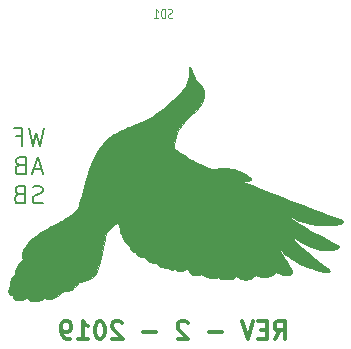
<source format=gbr>
G04 #@! TF.GenerationSoftware,KiCad,Pcbnew,5.0.0-fee4fd1~66~ubuntu16.04.1*
G04 #@! TF.CreationDate,2019-03-22T18:21:00-04:00*
G04 #@! TF.ProjectId,circuit,636972637569742E6B696361645F7063,rev?*
G04 #@! TF.SameCoordinates,Original*
G04 #@! TF.FileFunction,Legend,Bot*
G04 #@! TF.FilePolarity,Positive*
%FSLAX46Y46*%
G04 Gerber Fmt 4.6, Leading zero omitted, Abs format (unit mm)*
G04 Created by KiCad (PCBNEW 5.0.0-fee4fd1~66~ubuntu16.04.1) date Fri Mar 22 18:21:00 2019*
%MOMM*%
%LPD*%
G01*
G04 APERTURE LIST*
%ADD10C,0.300000*%
%ADD11C,0.200000*%
%ADD12C,0.010000*%
%ADD13C,0.125000*%
G04 APERTURE END LIST*
D10*
X206721428Y-113258571D02*
X207221428Y-112544285D01*
X207578571Y-113258571D02*
X207578571Y-111758571D01*
X207007142Y-111758571D01*
X206864285Y-111830000D01*
X206792857Y-111901428D01*
X206721428Y-112044285D01*
X206721428Y-112258571D01*
X206792857Y-112401428D01*
X206864285Y-112472857D01*
X207007142Y-112544285D01*
X207578571Y-112544285D01*
X206078571Y-112472857D02*
X205578571Y-112472857D01*
X205364285Y-113258571D02*
X206078571Y-113258571D01*
X206078571Y-111758571D01*
X205364285Y-111758571D01*
X204935714Y-111758571D02*
X204435714Y-113258571D01*
X203935714Y-111758571D01*
X202292857Y-112687142D02*
X201150000Y-112687142D01*
X199364285Y-111901428D02*
X199292857Y-111830000D01*
X199150000Y-111758571D01*
X198792857Y-111758571D01*
X198650000Y-111830000D01*
X198578571Y-111901428D01*
X198507142Y-112044285D01*
X198507142Y-112187142D01*
X198578571Y-112401428D01*
X199435714Y-113258571D01*
X198507142Y-113258571D01*
X196721428Y-112687142D02*
X195578571Y-112687142D01*
X193792857Y-111901428D02*
X193721428Y-111830000D01*
X193578571Y-111758571D01*
X193221428Y-111758571D01*
X193078571Y-111830000D01*
X193007142Y-111901428D01*
X192935714Y-112044285D01*
X192935714Y-112187142D01*
X193007142Y-112401428D01*
X193864285Y-113258571D01*
X192935714Y-113258571D01*
X192007142Y-111758571D02*
X191864285Y-111758571D01*
X191721428Y-111830000D01*
X191650000Y-111901428D01*
X191578571Y-112044285D01*
X191507142Y-112330000D01*
X191507142Y-112687142D01*
X191578571Y-112972857D01*
X191650000Y-113115714D01*
X191721428Y-113187142D01*
X191864285Y-113258571D01*
X192007142Y-113258571D01*
X192150000Y-113187142D01*
X192221428Y-113115714D01*
X192292857Y-112972857D01*
X192364285Y-112687142D01*
X192364285Y-112330000D01*
X192292857Y-112044285D01*
X192221428Y-111901428D01*
X192150000Y-111830000D01*
X192007142Y-111758571D01*
X190078571Y-113258571D02*
X190935714Y-113258571D01*
X190507142Y-113258571D02*
X190507142Y-111758571D01*
X190650000Y-111972857D01*
X190792857Y-112115714D01*
X190935714Y-112187142D01*
X189364285Y-113258571D02*
X189078571Y-113258571D01*
X188935714Y-113187142D01*
X188864285Y-113115714D01*
X188721428Y-112901428D01*
X188650000Y-112615714D01*
X188650000Y-112044285D01*
X188721428Y-111901428D01*
X188792857Y-111830000D01*
X188935714Y-111758571D01*
X189221428Y-111758571D01*
X189364285Y-111830000D01*
X189435714Y-111901428D01*
X189507142Y-112044285D01*
X189507142Y-112401428D01*
X189435714Y-112544285D01*
X189364285Y-112615714D01*
X189221428Y-112687142D01*
X188935714Y-112687142D01*
X188792857Y-112615714D01*
X188721428Y-112544285D01*
X188650000Y-112401428D01*
D11*
X187195714Y-95388571D02*
X186838571Y-96888571D01*
X186552857Y-95817142D01*
X186267142Y-96888571D01*
X185910000Y-95388571D01*
X184838571Y-96102857D02*
X185338571Y-96102857D01*
X185338571Y-96888571D02*
X185338571Y-95388571D01*
X184624285Y-95388571D01*
X187017142Y-98910000D02*
X186302857Y-98910000D01*
X187160000Y-99338571D02*
X186660000Y-97838571D01*
X186160000Y-99338571D01*
X185160000Y-98552857D02*
X184945714Y-98624285D01*
X184874285Y-98695714D01*
X184802857Y-98838571D01*
X184802857Y-99052857D01*
X184874285Y-99195714D01*
X184945714Y-99267142D01*
X185088571Y-99338571D01*
X185660000Y-99338571D01*
X185660000Y-97838571D01*
X185160000Y-97838571D01*
X185017142Y-97910000D01*
X184945714Y-97981428D01*
X184874285Y-98124285D01*
X184874285Y-98267142D01*
X184945714Y-98410000D01*
X185017142Y-98481428D01*
X185160000Y-98552857D01*
X185660000Y-98552857D01*
X187088571Y-101717142D02*
X186874285Y-101788571D01*
X186517142Y-101788571D01*
X186374285Y-101717142D01*
X186302857Y-101645714D01*
X186231428Y-101502857D01*
X186231428Y-101360000D01*
X186302857Y-101217142D01*
X186374285Y-101145714D01*
X186517142Y-101074285D01*
X186802857Y-101002857D01*
X186945714Y-100931428D01*
X187017142Y-100860000D01*
X187088571Y-100717142D01*
X187088571Y-100574285D01*
X187017142Y-100431428D01*
X186945714Y-100360000D01*
X186802857Y-100288571D01*
X186445714Y-100288571D01*
X186231428Y-100360000D01*
X185088571Y-101002857D02*
X184874285Y-101074285D01*
X184802857Y-101145714D01*
X184731428Y-101288571D01*
X184731428Y-101502857D01*
X184802857Y-101645714D01*
X184874285Y-101717142D01*
X185017142Y-101788571D01*
X185588571Y-101788571D01*
X185588571Y-100288571D01*
X185088571Y-100288571D01*
X184945714Y-100360000D01*
X184874285Y-100431428D01*
X184802857Y-100574285D01*
X184802857Y-100717142D01*
X184874285Y-100860000D01*
X184945714Y-100931428D01*
X185088571Y-101002857D01*
X185588571Y-101002857D01*
D12*
G04 #@! TO.C,G\002A\002A\002A*
G36*
X212481586Y-103273466D02*
X212403633Y-103198195D01*
X212253519Y-103120283D01*
X212031129Y-103038577D01*
X212019714Y-103034887D01*
X211914132Y-102998955D01*
X211749802Y-102940490D01*
X211535772Y-102862854D01*
X211281089Y-102769407D01*
X210994800Y-102663508D01*
X210685954Y-102548517D01*
X210363598Y-102427795D01*
X210036779Y-102304701D01*
X209714545Y-102182596D01*
X209405944Y-102064840D01*
X209352715Y-102044431D01*
X208856623Y-101853485D01*
X208357928Y-101660418D01*
X207861349Y-101467122D01*
X207371605Y-101275492D01*
X206893415Y-101087418D01*
X206431500Y-100904795D01*
X205990577Y-100729515D01*
X205575366Y-100563470D01*
X205190587Y-100408554D01*
X204840958Y-100266658D01*
X204531199Y-100139677D01*
X204266029Y-100029503D01*
X204050167Y-99938027D01*
X203888333Y-99867144D01*
X203785245Y-99818746D01*
X203746572Y-99795953D01*
X203765185Y-99789440D01*
X203834159Y-99797603D01*
X203855429Y-99801532D01*
X204161636Y-99853410D01*
X204401696Y-99876504D01*
X204575519Y-99870851D01*
X204683014Y-99836489D01*
X204724090Y-99773454D01*
X204698659Y-99681784D01*
X204606628Y-99561516D01*
X204558570Y-99512577D01*
X204405964Y-99390629D01*
X204199028Y-99263167D01*
X203954680Y-99138466D01*
X203689840Y-99024801D01*
X203421426Y-98930448D01*
X203293000Y-98893581D01*
X203036655Y-98840322D01*
X202755363Y-98805682D01*
X202470682Y-98790541D01*
X202204169Y-98795780D01*
X201977380Y-98822277D01*
X201909873Y-98837123D01*
X201694982Y-98860991D01*
X201432147Y-98835929D01*
X201125771Y-98763269D01*
X200780256Y-98644344D01*
X200400006Y-98480485D01*
X199989422Y-98273027D01*
X199918429Y-98234348D01*
X199764978Y-98149209D01*
X199631947Y-98073293D01*
X199505013Y-97997765D01*
X199369852Y-97913793D01*
X199212140Y-97812545D01*
X199017554Y-97685188D01*
X198869666Y-97587625D01*
X198672083Y-97456798D01*
X198526041Y-97358983D01*
X198422427Y-97287355D01*
X198352123Y-97235087D01*
X198306013Y-97195351D01*
X198274983Y-97161323D01*
X198249916Y-97126174D01*
X198246469Y-97120936D01*
X198213238Y-97049266D01*
X198202106Y-96956276D01*
X198210517Y-96818350D01*
X198212090Y-96803435D01*
X198269635Y-96421409D01*
X198359206Y-96075212D01*
X198486786Y-95753808D01*
X198658358Y-95446162D01*
X198879904Y-95141241D01*
X199157407Y-94828010D01*
X199428924Y-94559099D01*
X199770209Y-94227152D01*
X200054738Y-93929966D01*
X200286513Y-93662613D01*
X200469534Y-93420167D01*
X200607804Y-93197700D01*
X200705324Y-92990284D01*
X200707480Y-92984715D01*
X200761822Y-92767775D01*
X200777898Y-92518753D01*
X200755934Y-92267094D01*
X200700370Y-92053278D01*
X200620724Y-91897481D01*
X200503491Y-91736728D01*
X200366700Y-91591221D01*
X200228378Y-91481166D01*
X200154529Y-91441529D01*
X200056754Y-91367220D01*
X200006236Y-91265323D01*
X199966913Y-91154967D01*
X199908215Y-91005013D01*
X199838209Y-90834524D01*
X199764963Y-90662568D01*
X199696544Y-90508210D01*
X199641019Y-90390516D01*
X199616297Y-90343786D01*
X199567867Y-90274533D01*
X199530688Y-90244067D01*
X199529605Y-90244000D01*
X199517346Y-90277647D01*
X199507737Y-90368054D01*
X199502088Y-90499424D01*
X199501143Y-90586928D01*
X199490910Y-90875288D01*
X199456496Y-91123475D01*
X199392329Y-91361462D01*
X199322309Y-91548886D01*
X199187939Y-91824146D01*
X199004597Y-92109711D01*
X198769717Y-92408206D01*
X198480734Y-92722257D01*
X198135081Y-93054490D01*
X197730190Y-93407530D01*
X197263497Y-93784002D01*
X196774049Y-94155753D01*
X196321757Y-94455487D01*
X195808799Y-94730625D01*
X195244363Y-94976246D01*
X195237572Y-94978894D01*
X195032213Y-95058955D01*
X194813044Y-95144550D01*
X194609094Y-95224334D01*
X194475572Y-95276679D01*
X194294761Y-95352435D01*
X194070972Y-95453385D01*
X193824755Y-95569645D01*
X193576662Y-95691333D01*
X193347245Y-95808563D01*
X193165330Y-95906793D01*
X192818850Y-96133351D01*
X192493713Y-96412999D01*
X192187954Y-96748607D01*
X191899605Y-97143043D01*
X191626702Y-97599175D01*
X191367277Y-98119874D01*
X191119364Y-98708008D01*
X190969668Y-99110331D01*
X190891363Y-99336672D01*
X190816108Y-99568093D01*
X190740660Y-99815863D01*
X190661775Y-100091252D01*
X190576209Y-100405529D01*
X190480719Y-100769964D01*
X190391258Y-101119968D01*
X190326161Y-101368991D01*
X190260720Y-101605238D01*
X190198749Y-101815974D01*
X190144058Y-101988464D01*
X190100462Y-102109973D01*
X190082939Y-102149781D01*
X189987785Y-102306969D01*
X189861109Y-102459765D01*
X189695799Y-102614080D01*
X189484741Y-102775828D01*
X189220824Y-102950921D01*
X188896933Y-103145270D01*
X188859095Y-103167070D01*
X188774881Y-103215232D01*
X188693485Y-103261200D01*
X188606640Y-103309431D01*
X188506080Y-103364386D01*
X188383540Y-103430524D01*
X188230754Y-103512302D01*
X188039456Y-103614180D01*
X187801379Y-103740617D01*
X187508259Y-103896072D01*
X187475023Y-103913692D01*
X187088093Y-104126069D01*
X186760833Y-104322620D01*
X186483974Y-104510202D01*
X186248251Y-104695669D01*
X186044396Y-104885879D01*
X185863142Y-105087687D01*
X185825668Y-105133958D01*
X185667124Y-105359065D01*
X185535908Y-105596724D01*
X185436484Y-105834082D01*
X185373315Y-106058290D01*
X185350866Y-106256494D01*
X185373600Y-106415844D01*
X185377090Y-106425451D01*
X185390827Y-106495049D01*
X185359694Y-106553320D01*
X185312565Y-106597010D01*
X185223439Y-106690716D01*
X185125879Y-106823746D01*
X185026752Y-106982527D01*
X184932924Y-107153486D01*
X184851264Y-107323048D01*
X184788638Y-107477640D01*
X184751913Y-107603689D01*
X184747956Y-107687621D01*
X184753660Y-107701732D01*
X184743271Y-107746326D01*
X184691738Y-107821963D01*
X184630075Y-107891313D01*
X184497065Y-108056529D01*
X184391064Y-108244826D01*
X184322022Y-108434365D01*
X184299893Y-108603305D01*
X184300416Y-108614764D01*
X184290911Y-108753329D01*
X184254986Y-108888997D01*
X184249161Y-108902763D01*
X184199402Y-109069728D01*
X184191477Y-109238841D01*
X184224826Y-109385762D01*
X184261710Y-109449766D01*
X184349146Y-109527204D01*
X184456821Y-109583001D01*
X184457028Y-109583069D01*
X184552441Y-109633046D01*
X184596672Y-109712526D01*
X184599893Y-109726822D01*
X184657446Y-109843087D01*
X184770833Y-109925814D01*
X184930595Y-109973140D01*
X185127272Y-109983205D01*
X185351406Y-109954147D01*
X185522856Y-109908477D01*
X185771671Y-109828341D01*
X185927780Y-109931649D01*
X186130503Y-110023112D01*
X186370381Y-110056760D01*
X186641043Y-110032847D01*
X186936119Y-109951627D01*
X187101696Y-109884778D01*
X187220793Y-109834542D01*
X187297838Y-109813704D01*
X187355613Y-109819059D01*
X187406690Y-109841866D01*
X187567247Y-109888032D01*
X187760830Y-109877527D01*
X187979091Y-109813297D01*
X188213676Y-109698291D01*
X188456237Y-109535455D01*
X188594616Y-109422582D01*
X188720546Y-109315841D01*
X188812141Y-109248955D01*
X188887962Y-109212095D01*
X188966568Y-109195430D01*
X189032715Y-109190540D01*
X189262992Y-109164339D01*
X189458451Y-109103027D01*
X189652708Y-108995645D01*
X189674172Y-108981408D01*
X189911632Y-108791559D01*
X190084744Y-108585811D01*
X190122669Y-108522929D01*
X190177251Y-108452789D01*
X190255177Y-108425245D01*
X190312718Y-108422256D01*
X190567848Y-108391814D01*
X190833173Y-108309980D01*
X191091708Y-108186180D01*
X191326465Y-108029839D01*
X191520458Y-107850384D01*
X191641729Y-107684769D01*
X191719667Y-107519830D01*
X191802819Y-107292253D01*
X191888658Y-107011557D01*
X191974655Y-106687263D01*
X192058283Y-106328889D01*
X192137014Y-105945954D01*
X192206891Y-105556572D01*
X192272246Y-105178973D01*
X192332558Y-104860961D01*
X192387183Y-104605504D01*
X192435474Y-104415565D01*
X192476787Y-104294111D01*
X192485489Y-104275681D01*
X192549197Y-104182845D01*
X192654718Y-104060096D01*
X192786776Y-103922319D01*
X192930091Y-103784399D01*
X193069383Y-103661221D01*
X193189375Y-103567672D01*
X193252560Y-103528368D01*
X193376816Y-103471246D01*
X193453956Y-103457739D01*
X193497461Y-103491532D01*
X193520814Y-103576307D01*
X193524660Y-103602713D01*
X193555019Y-103724741D01*
X193603933Y-103832272D01*
X193614283Y-103847642D01*
X193661217Y-103937688D01*
X193654792Y-104027415D01*
X193650795Y-104040007D01*
X193644124Y-104141397D01*
X193673397Y-104256765D01*
X193727479Y-104356732D01*
X193791246Y-104410509D01*
X193827998Y-104444472D01*
X193825355Y-104463266D01*
X193823920Y-104513418D01*
X193841391Y-104608116D01*
X193861869Y-104685016D01*
X193903084Y-104794261D01*
X193964907Y-104897277D01*
X194060140Y-105012384D01*
X194171430Y-105127932D01*
X194348396Y-105322964D01*
X194459872Y-105488767D01*
X194487201Y-105549603D01*
X194567319Y-105693672D01*
X194680687Y-105806515D01*
X194808885Y-105872494D01*
X194880081Y-105883143D01*
X194951237Y-105905125D01*
X194966734Y-105946643D01*
X195002674Y-106052043D01*
X195096763Y-106154461D01*
X195234808Y-106245107D01*
X195402619Y-106315193D01*
X195586004Y-106355929D01*
X195635230Y-106360680D01*
X195746325Y-106373053D01*
X195812699Y-106401869D01*
X195862200Y-106463986D01*
X195890670Y-106515333D01*
X196007938Y-106660610D01*
X196180044Y-106761211D01*
X196403012Y-106814972D01*
X196449871Y-106819638D01*
X196573217Y-106835518D01*
X196664964Y-106868818D01*
X196755996Y-106933874D01*
X196820494Y-106991672D01*
X197007527Y-107131288D01*
X197204761Y-107205349D01*
X197430373Y-107220432D01*
X197449683Y-107219321D01*
X197571369Y-107218594D01*
X197650767Y-107241240D01*
X197708700Y-107286810D01*
X197829249Y-107362445D01*
X197982290Y-107396439D01*
X198137103Y-107382799D01*
X198161770Y-107375180D01*
X198248536Y-107354938D01*
X198320951Y-107373089D01*
X198389466Y-107416670D01*
X198522846Y-107474218D01*
X198697885Y-107496789D01*
X198892742Y-107484535D01*
X199085576Y-107437611D01*
X199152493Y-107411292D01*
X199252439Y-107369366D01*
X199320428Y-107345199D01*
X199338111Y-107342731D01*
X199360327Y-107376635D01*
X199407886Y-107451905D01*
X199440462Y-107504037D01*
X199583952Y-107687379D01*
X199749479Y-107805539D01*
X199946968Y-107864889D01*
X200013942Y-107872179D01*
X200237193Y-107866155D01*
X200391578Y-107825809D01*
X200491204Y-107790301D01*
X200553164Y-107784187D01*
X200607552Y-107810874D01*
X200664085Y-107856660D01*
X200838645Y-107971804D01*
X201045046Y-108058365D01*
X201264683Y-108112843D01*
X201478952Y-108131739D01*
X201669246Y-108111551D01*
X201786539Y-108067832D01*
X201912934Y-107997891D01*
X202042083Y-108083358D01*
X202211328Y-108162002D01*
X202417062Y-108206738D01*
X202641820Y-108218994D01*
X202868140Y-108200201D01*
X203078557Y-108151789D01*
X203255608Y-108075188D01*
X203380217Y-107973786D01*
X203412945Y-107947644D01*
X203457011Y-107951581D01*
X203529455Y-107990790D01*
X203607925Y-108043209D01*
X203805772Y-108156829D01*
X204005431Y-108219474D01*
X204232279Y-108237690D01*
X204345286Y-108233444D01*
X204551197Y-108206707D01*
X204725483Y-108148632D01*
X204895932Y-108047914D01*
X205004026Y-107965470D01*
X205154767Y-107843406D01*
X205360262Y-107937484D01*
X205578696Y-108020196D01*
X205778966Y-108053185D01*
X205991857Y-108040304D01*
X206070999Y-108026474D01*
X206347723Y-107952912D01*
X206566755Y-107850530D01*
X206734020Y-107719276D01*
X206863645Y-107589651D01*
X207032881Y-107662194D01*
X207250486Y-107748163D01*
X207457002Y-107816340D01*
X207634914Y-107861589D01*
X207766706Y-107878770D01*
X207771207Y-107878801D01*
X207906518Y-107858896D01*
X208035946Y-107807342D01*
X208135341Y-107736213D01*
X208175958Y-107676435D01*
X208186153Y-107589543D01*
X208162981Y-107472727D01*
X208104171Y-107321347D01*
X208007457Y-107130767D01*
X207870569Y-106896349D01*
X207691239Y-106613455D01*
X207556140Y-106409286D01*
X207415142Y-106193367D01*
X207300443Y-106006453D01*
X207216555Y-105856477D01*
X207167991Y-105751372D01*
X207157429Y-105708359D01*
X207181295Y-105717733D01*
X207245590Y-105769146D01*
X207339357Y-105853393D01*
X207410664Y-105921151D01*
X207550207Y-106045887D01*
X207725971Y-106187961D01*
X207912129Y-106327073D01*
X208035363Y-106412194D01*
X208346804Y-106603176D01*
X208693425Y-106789569D01*
X209063516Y-106966933D01*
X209445369Y-107130830D01*
X209827277Y-107276823D01*
X210197530Y-107400473D01*
X210544421Y-107497341D01*
X210856242Y-107562990D01*
X211121284Y-107592980D01*
X211153151Y-107594062D01*
X211283136Y-107591123D01*
X211364190Y-107572576D01*
X211394592Y-107534227D01*
X211372621Y-107471881D01*
X211296558Y-107381344D01*
X211164681Y-107258422D01*
X210975271Y-107098920D01*
X210937368Y-107067981D01*
X210739516Y-106906885D01*
X210515065Y-106723929D01*
X210291784Y-106541757D01*
X210099777Y-106384925D01*
X209929306Y-106245745D01*
X209756664Y-106105089D01*
X209600164Y-105977860D01*
X209478119Y-105878961D01*
X209460830Y-105865000D01*
X209227389Y-105672058D01*
X208998338Y-105474230D01*
X208779787Y-105277585D01*
X208577845Y-105088193D01*
X208398620Y-104912123D01*
X208248222Y-104755445D01*
X208132758Y-104624227D01*
X208058339Y-104524539D01*
X208031073Y-104462451D01*
X208035391Y-104448800D01*
X208068964Y-104462617D01*
X208145348Y-104513608D01*
X208251453Y-104592665D01*
X208321521Y-104647844D01*
X208776059Y-104972130D01*
X209273851Y-105254156D01*
X209795648Y-105484238D01*
X210314286Y-105650644D01*
X210600900Y-105710208D01*
X210895897Y-105745122D01*
X211186832Y-105756092D01*
X211461263Y-105743826D01*
X211706745Y-105709030D01*
X211910835Y-105652410D01*
X212061088Y-105574674D01*
X212091285Y-105549716D01*
X212128709Y-105515830D01*
X212156699Y-105486872D01*
X212170021Y-105458991D01*
X212163439Y-105428338D01*
X212131719Y-105391060D01*
X212069626Y-105343308D01*
X211971924Y-105281230D01*
X211833379Y-105200975D01*
X211648756Y-105098692D01*
X211412821Y-104970532D01*
X211120337Y-104812642D01*
X211003715Y-104749684D01*
X210540343Y-104497558D01*
X210096840Y-104252577D01*
X209680623Y-104018981D01*
X209299114Y-103801012D01*
X208959730Y-103602910D01*
X208669892Y-103428916D01*
X208437019Y-103283272D01*
X208427429Y-103277084D01*
X208244311Y-103155248D01*
X208090437Y-103046200D01*
X207970154Y-102954072D01*
X207887808Y-102882996D01*
X207847746Y-102837104D01*
X207854313Y-102820530D01*
X207911856Y-102837404D01*
X208019215Y-102888974D01*
X208426347Y-103088259D01*
X208821795Y-103251609D01*
X209231871Y-103388634D01*
X209682888Y-103508944D01*
X209777813Y-103531268D01*
X209955614Y-103571562D01*
X210101763Y-103601630D01*
X210232272Y-103622970D01*
X210363148Y-103637083D01*
X210510403Y-103645468D01*
X210690046Y-103649626D01*
X210918086Y-103651056D01*
X211058143Y-103651219D01*
X211319881Y-103650679D01*
X211521761Y-103648118D01*
X211676490Y-103642535D01*
X211796776Y-103632931D01*
X211895324Y-103618303D01*
X211984843Y-103597652D01*
X212074143Y-103571212D01*
X212283658Y-103494969D01*
X212421482Y-103420699D01*
X212487497Y-103347249D01*
X212481586Y-103273466D01*
X212481586Y-103273466D01*
G37*
X212481586Y-103273466D02*
X212403633Y-103198195D01*
X212253519Y-103120283D01*
X212031129Y-103038577D01*
X212019714Y-103034887D01*
X211914132Y-102998955D01*
X211749802Y-102940490D01*
X211535772Y-102862854D01*
X211281089Y-102769407D01*
X210994800Y-102663508D01*
X210685954Y-102548517D01*
X210363598Y-102427795D01*
X210036779Y-102304701D01*
X209714545Y-102182596D01*
X209405944Y-102064840D01*
X209352715Y-102044431D01*
X208856623Y-101853485D01*
X208357928Y-101660418D01*
X207861349Y-101467122D01*
X207371605Y-101275492D01*
X206893415Y-101087418D01*
X206431500Y-100904795D01*
X205990577Y-100729515D01*
X205575366Y-100563470D01*
X205190587Y-100408554D01*
X204840958Y-100266658D01*
X204531199Y-100139677D01*
X204266029Y-100029503D01*
X204050167Y-99938027D01*
X203888333Y-99867144D01*
X203785245Y-99818746D01*
X203746572Y-99795953D01*
X203765185Y-99789440D01*
X203834159Y-99797603D01*
X203855429Y-99801532D01*
X204161636Y-99853410D01*
X204401696Y-99876504D01*
X204575519Y-99870851D01*
X204683014Y-99836489D01*
X204724090Y-99773454D01*
X204698659Y-99681784D01*
X204606628Y-99561516D01*
X204558570Y-99512577D01*
X204405964Y-99390629D01*
X204199028Y-99263167D01*
X203954680Y-99138466D01*
X203689840Y-99024801D01*
X203421426Y-98930448D01*
X203293000Y-98893581D01*
X203036655Y-98840322D01*
X202755363Y-98805682D01*
X202470682Y-98790541D01*
X202204169Y-98795780D01*
X201977380Y-98822277D01*
X201909873Y-98837123D01*
X201694982Y-98860991D01*
X201432147Y-98835929D01*
X201125771Y-98763269D01*
X200780256Y-98644344D01*
X200400006Y-98480485D01*
X199989422Y-98273027D01*
X199918429Y-98234348D01*
X199764978Y-98149209D01*
X199631947Y-98073293D01*
X199505013Y-97997765D01*
X199369852Y-97913793D01*
X199212140Y-97812545D01*
X199017554Y-97685188D01*
X198869666Y-97587625D01*
X198672083Y-97456798D01*
X198526041Y-97358983D01*
X198422427Y-97287355D01*
X198352123Y-97235087D01*
X198306013Y-97195351D01*
X198274983Y-97161323D01*
X198249916Y-97126174D01*
X198246469Y-97120936D01*
X198213238Y-97049266D01*
X198202106Y-96956276D01*
X198210517Y-96818350D01*
X198212090Y-96803435D01*
X198269635Y-96421409D01*
X198359206Y-96075212D01*
X198486786Y-95753808D01*
X198658358Y-95446162D01*
X198879904Y-95141241D01*
X199157407Y-94828010D01*
X199428924Y-94559099D01*
X199770209Y-94227152D01*
X200054738Y-93929966D01*
X200286513Y-93662613D01*
X200469534Y-93420167D01*
X200607804Y-93197700D01*
X200705324Y-92990284D01*
X200707480Y-92984715D01*
X200761822Y-92767775D01*
X200777898Y-92518753D01*
X200755934Y-92267094D01*
X200700370Y-92053278D01*
X200620724Y-91897481D01*
X200503491Y-91736728D01*
X200366700Y-91591221D01*
X200228378Y-91481166D01*
X200154529Y-91441529D01*
X200056754Y-91367220D01*
X200006236Y-91265323D01*
X199966913Y-91154967D01*
X199908215Y-91005013D01*
X199838209Y-90834524D01*
X199764963Y-90662568D01*
X199696544Y-90508210D01*
X199641019Y-90390516D01*
X199616297Y-90343786D01*
X199567867Y-90274533D01*
X199530688Y-90244067D01*
X199529605Y-90244000D01*
X199517346Y-90277647D01*
X199507737Y-90368054D01*
X199502088Y-90499424D01*
X199501143Y-90586928D01*
X199490910Y-90875288D01*
X199456496Y-91123475D01*
X199392329Y-91361462D01*
X199322309Y-91548886D01*
X199187939Y-91824146D01*
X199004597Y-92109711D01*
X198769717Y-92408206D01*
X198480734Y-92722257D01*
X198135081Y-93054490D01*
X197730190Y-93407530D01*
X197263497Y-93784002D01*
X196774049Y-94155753D01*
X196321757Y-94455487D01*
X195808799Y-94730625D01*
X195244363Y-94976246D01*
X195237572Y-94978894D01*
X195032213Y-95058955D01*
X194813044Y-95144550D01*
X194609094Y-95224334D01*
X194475572Y-95276679D01*
X194294761Y-95352435D01*
X194070972Y-95453385D01*
X193824755Y-95569645D01*
X193576662Y-95691333D01*
X193347245Y-95808563D01*
X193165330Y-95906793D01*
X192818850Y-96133351D01*
X192493713Y-96412999D01*
X192187954Y-96748607D01*
X191899605Y-97143043D01*
X191626702Y-97599175D01*
X191367277Y-98119874D01*
X191119364Y-98708008D01*
X190969668Y-99110331D01*
X190891363Y-99336672D01*
X190816108Y-99568093D01*
X190740660Y-99815863D01*
X190661775Y-100091252D01*
X190576209Y-100405529D01*
X190480719Y-100769964D01*
X190391258Y-101119968D01*
X190326161Y-101368991D01*
X190260720Y-101605238D01*
X190198749Y-101815974D01*
X190144058Y-101988464D01*
X190100462Y-102109973D01*
X190082939Y-102149781D01*
X189987785Y-102306969D01*
X189861109Y-102459765D01*
X189695799Y-102614080D01*
X189484741Y-102775828D01*
X189220824Y-102950921D01*
X188896933Y-103145270D01*
X188859095Y-103167070D01*
X188774881Y-103215232D01*
X188693485Y-103261200D01*
X188606640Y-103309431D01*
X188506080Y-103364386D01*
X188383540Y-103430524D01*
X188230754Y-103512302D01*
X188039456Y-103614180D01*
X187801379Y-103740617D01*
X187508259Y-103896072D01*
X187475023Y-103913692D01*
X187088093Y-104126069D01*
X186760833Y-104322620D01*
X186483974Y-104510202D01*
X186248251Y-104695669D01*
X186044396Y-104885879D01*
X185863142Y-105087687D01*
X185825668Y-105133958D01*
X185667124Y-105359065D01*
X185535908Y-105596724D01*
X185436484Y-105834082D01*
X185373315Y-106058290D01*
X185350866Y-106256494D01*
X185373600Y-106415844D01*
X185377090Y-106425451D01*
X185390827Y-106495049D01*
X185359694Y-106553320D01*
X185312565Y-106597010D01*
X185223439Y-106690716D01*
X185125879Y-106823746D01*
X185026752Y-106982527D01*
X184932924Y-107153486D01*
X184851264Y-107323048D01*
X184788638Y-107477640D01*
X184751913Y-107603689D01*
X184747956Y-107687621D01*
X184753660Y-107701732D01*
X184743271Y-107746326D01*
X184691738Y-107821963D01*
X184630075Y-107891313D01*
X184497065Y-108056529D01*
X184391064Y-108244826D01*
X184322022Y-108434365D01*
X184299893Y-108603305D01*
X184300416Y-108614764D01*
X184290911Y-108753329D01*
X184254986Y-108888997D01*
X184249161Y-108902763D01*
X184199402Y-109069728D01*
X184191477Y-109238841D01*
X184224826Y-109385762D01*
X184261710Y-109449766D01*
X184349146Y-109527204D01*
X184456821Y-109583001D01*
X184457028Y-109583069D01*
X184552441Y-109633046D01*
X184596672Y-109712526D01*
X184599893Y-109726822D01*
X184657446Y-109843087D01*
X184770833Y-109925814D01*
X184930595Y-109973140D01*
X185127272Y-109983205D01*
X185351406Y-109954147D01*
X185522856Y-109908477D01*
X185771671Y-109828341D01*
X185927780Y-109931649D01*
X186130503Y-110023112D01*
X186370381Y-110056760D01*
X186641043Y-110032847D01*
X186936119Y-109951627D01*
X187101696Y-109884778D01*
X187220793Y-109834542D01*
X187297838Y-109813704D01*
X187355613Y-109819059D01*
X187406690Y-109841866D01*
X187567247Y-109888032D01*
X187760830Y-109877527D01*
X187979091Y-109813297D01*
X188213676Y-109698291D01*
X188456237Y-109535455D01*
X188594616Y-109422582D01*
X188720546Y-109315841D01*
X188812141Y-109248955D01*
X188887962Y-109212095D01*
X188966568Y-109195430D01*
X189032715Y-109190540D01*
X189262992Y-109164339D01*
X189458451Y-109103027D01*
X189652708Y-108995645D01*
X189674172Y-108981408D01*
X189911632Y-108791559D01*
X190084744Y-108585811D01*
X190122669Y-108522929D01*
X190177251Y-108452789D01*
X190255177Y-108425245D01*
X190312718Y-108422256D01*
X190567848Y-108391814D01*
X190833173Y-108309980D01*
X191091708Y-108186180D01*
X191326465Y-108029839D01*
X191520458Y-107850384D01*
X191641729Y-107684769D01*
X191719667Y-107519830D01*
X191802819Y-107292253D01*
X191888658Y-107011557D01*
X191974655Y-106687263D01*
X192058283Y-106328889D01*
X192137014Y-105945954D01*
X192206891Y-105556572D01*
X192272246Y-105178973D01*
X192332558Y-104860961D01*
X192387183Y-104605504D01*
X192435474Y-104415565D01*
X192476787Y-104294111D01*
X192485489Y-104275681D01*
X192549197Y-104182845D01*
X192654718Y-104060096D01*
X192786776Y-103922319D01*
X192930091Y-103784399D01*
X193069383Y-103661221D01*
X193189375Y-103567672D01*
X193252560Y-103528368D01*
X193376816Y-103471246D01*
X193453956Y-103457739D01*
X193497461Y-103491532D01*
X193520814Y-103576307D01*
X193524660Y-103602713D01*
X193555019Y-103724741D01*
X193603933Y-103832272D01*
X193614283Y-103847642D01*
X193661217Y-103937688D01*
X193654792Y-104027415D01*
X193650795Y-104040007D01*
X193644124Y-104141397D01*
X193673397Y-104256765D01*
X193727479Y-104356732D01*
X193791246Y-104410509D01*
X193827998Y-104444472D01*
X193825355Y-104463266D01*
X193823920Y-104513418D01*
X193841391Y-104608116D01*
X193861869Y-104685016D01*
X193903084Y-104794261D01*
X193964907Y-104897277D01*
X194060140Y-105012384D01*
X194171430Y-105127932D01*
X194348396Y-105322964D01*
X194459872Y-105488767D01*
X194487201Y-105549603D01*
X194567319Y-105693672D01*
X194680687Y-105806515D01*
X194808885Y-105872494D01*
X194880081Y-105883143D01*
X194951237Y-105905125D01*
X194966734Y-105946643D01*
X195002674Y-106052043D01*
X195096763Y-106154461D01*
X195234808Y-106245107D01*
X195402619Y-106315193D01*
X195586004Y-106355929D01*
X195635230Y-106360680D01*
X195746325Y-106373053D01*
X195812699Y-106401869D01*
X195862200Y-106463986D01*
X195890670Y-106515333D01*
X196007938Y-106660610D01*
X196180044Y-106761211D01*
X196403012Y-106814972D01*
X196449871Y-106819638D01*
X196573217Y-106835518D01*
X196664964Y-106868818D01*
X196755996Y-106933874D01*
X196820494Y-106991672D01*
X197007527Y-107131288D01*
X197204761Y-107205349D01*
X197430373Y-107220432D01*
X197449683Y-107219321D01*
X197571369Y-107218594D01*
X197650767Y-107241240D01*
X197708700Y-107286810D01*
X197829249Y-107362445D01*
X197982290Y-107396439D01*
X198137103Y-107382799D01*
X198161770Y-107375180D01*
X198248536Y-107354938D01*
X198320951Y-107373089D01*
X198389466Y-107416670D01*
X198522846Y-107474218D01*
X198697885Y-107496789D01*
X198892742Y-107484535D01*
X199085576Y-107437611D01*
X199152493Y-107411292D01*
X199252439Y-107369366D01*
X199320428Y-107345199D01*
X199338111Y-107342731D01*
X199360327Y-107376635D01*
X199407886Y-107451905D01*
X199440462Y-107504037D01*
X199583952Y-107687379D01*
X199749479Y-107805539D01*
X199946968Y-107864889D01*
X200013942Y-107872179D01*
X200237193Y-107866155D01*
X200391578Y-107825809D01*
X200491204Y-107790301D01*
X200553164Y-107784187D01*
X200607552Y-107810874D01*
X200664085Y-107856660D01*
X200838645Y-107971804D01*
X201045046Y-108058365D01*
X201264683Y-108112843D01*
X201478952Y-108131739D01*
X201669246Y-108111551D01*
X201786539Y-108067832D01*
X201912934Y-107997891D01*
X202042083Y-108083358D01*
X202211328Y-108162002D01*
X202417062Y-108206738D01*
X202641820Y-108218994D01*
X202868140Y-108200201D01*
X203078557Y-108151789D01*
X203255608Y-108075188D01*
X203380217Y-107973786D01*
X203412945Y-107947644D01*
X203457011Y-107951581D01*
X203529455Y-107990790D01*
X203607925Y-108043209D01*
X203805772Y-108156829D01*
X204005431Y-108219474D01*
X204232279Y-108237690D01*
X204345286Y-108233444D01*
X204551197Y-108206707D01*
X204725483Y-108148632D01*
X204895932Y-108047914D01*
X205004026Y-107965470D01*
X205154767Y-107843406D01*
X205360262Y-107937484D01*
X205578696Y-108020196D01*
X205778966Y-108053185D01*
X205991857Y-108040304D01*
X206070999Y-108026474D01*
X206347723Y-107952912D01*
X206566755Y-107850530D01*
X206734020Y-107719276D01*
X206863645Y-107589651D01*
X207032881Y-107662194D01*
X207250486Y-107748163D01*
X207457002Y-107816340D01*
X207634914Y-107861589D01*
X207766706Y-107878770D01*
X207771207Y-107878801D01*
X207906518Y-107858896D01*
X208035946Y-107807342D01*
X208135341Y-107736213D01*
X208175958Y-107676435D01*
X208186153Y-107589543D01*
X208162981Y-107472727D01*
X208104171Y-107321347D01*
X208007457Y-107130767D01*
X207870569Y-106896349D01*
X207691239Y-106613455D01*
X207556140Y-106409286D01*
X207415142Y-106193367D01*
X207300443Y-106006453D01*
X207216555Y-105856477D01*
X207167991Y-105751372D01*
X207157429Y-105708359D01*
X207181295Y-105717733D01*
X207245590Y-105769146D01*
X207339357Y-105853393D01*
X207410664Y-105921151D01*
X207550207Y-106045887D01*
X207725971Y-106187961D01*
X207912129Y-106327073D01*
X208035363Y-106412194D01*
X208346804Y-106603176D01*
X208693425Y-106789569D01*
X209063516Y-106966933D01*
X209445369Y-107130830D01*
X209827277Y-107276823D01*
X210197530Y-107400473D01*
X210544421Y-107497341D01*
X210856242Y-107562990D01*
X211121284Y-107592980D01*
X211153151Y-107594062D01*
X211283136Y-107591123D01*
X211364190Y-107572576D01*
X211394592Y-107534227D01*
X211372621Y-107471881D01*
X211296558Y-107381344D01*
X211164681Y-107258422D01*
X210975271Y-107098920D01*
X210937368Y-107067981D01*
X210739516Y-106906885D01*
X210515065Y-106723929D01*
X210291784Y-106541757D01*
X210099777Y-106384925D01*
X209929306Y-106245745D01*
X209756664Y-106105089D01*
X209600164Y-105977860D01*
X209478119Y-105878961D01*
X209460830Y-105865000D01*
X209227389Y-105672058D01*
X208998338Y-105474230D01*
X208779787Y-105277585D01*
X208577845Y-105088193D01*
X208398620Y-104912123D01*
X208248222Y-104755445D01*
X208132758Y-104624227D01*
X208058339Y-104524539D01*
X208031073Y-104462451D01*
X208035391Y-104448800D01*
X208068964Y-104462617D01*
X208145348Y-104513608D01*
X208251453Y-104592665D01*
X208321521Y-104647844D01*
X208776059Y-104972130D01*
X209273851Y-105254156D01*
X209795648Y-105484238D01*
X210314286Y-105650644D01*
X210600900Y-105710208D01*
X210895897Y-105745122D01*
X211186832Y-105756092D01*
X211461263Y-105743826D01*
X211706745Y-105709030D01*
X211910835Y-105652410D01*
X212061088Y-105574674D01*
X212091285Y-105549716D01*
X212128709Y-105515830D01*
X212156699Y-105486872D01*
X212170021Y-105458991D01*
X212163439Y-105428338D01*
X212131719Y-105391060D01*
X212069626Y-105343308D01*
X211971924Y-105281230D01*
X211833379Y-105200975D01*
X211648756Y-105098692D01*
X211412821Y-104970532D01*
X211120337Y-104812642D01*
X211003715Y-104749684D01*
X210540343Y-104497558D01*
X210096840Y-104252577D01*
X209680623Y-104018981D01*
X209299114Y-103801012D01*
X208959730Y-103602910D01*
X208669892Y-103428916D01*
X208437019Y-103283272D01*
X208427429Y-103277084D01*
X208244311Y-103155248D01*
X208090437Y-103046200D01*
X207970154Y-102954072D01*
X207887808Y-102882996D01*
X207847746Y-102837104D01*
X207854313Y-102820530D01*
X207911856Y-102837404D01*
X208019215Y-102888974D01*
X208426347Y-103088259D01*
X208821795Y-103251609D01*
X209231871Y-103388634D01*
X209682888Y-103508944D01*
X209777813Y-103531268D01*
X209955614Y-103571562D01*
X210101763Y-103601630D01*
X210232272Y-103622970D01*
X210363148Y-103637083D01*
X210510403Y-103645468D01*
X210690046Y-103649626D01*
X210918086Y-103651056D01*
X211058143Y-103651219D01*
X211319881Y-103650679D01*
X211521761Y-103648118D01*
X211676490Y-103642535D01*
X211796776Y-103632931D01*
X211895324Y-103618303D01*
X211984843Y-103597652D01*
X212074143Y-103571212D01*
X212283658Y-103494969D01*
X212421482Y-103420699D01*
X212487497Y-103347249D01*
X212481586Y-103273466D01*
G04 #@! TO.C,SD1*
D13*
X198052842Y-86075709D02*
X197967128Y-86113804D01*
X197824271Y-86113804D01*
X197767128Y-86075709D01*
X197738557Y-86037614D01*
X197709985Y-85961423D01*
X197709985Y-85885233D01*
X197738557Y-85809042D01*
X197767128Y-85770947D01*
X197824271Y-85732852D01*
X197938557Y-85694757D01*
X197995700Y-85656661D01*
X198024271Y-85618566D01*
X198052842Y-85542376D01*
X198052842Y-85466185D01*
X198024271Y-85389995D01*
X197995700Y-85351900D01*
X197938557Y-85313804D01*
X197795700Y-85313804D01*
X197709985Y-85351900D01*
X197452842Y-86113804D02*
X197452842Y-85313804D01*
X197309985Y-85313804D01*
X197224271Y-85351900D01*
X197167128Y-85428090D01*
X197138557Y-85504280D01*
X197109985Y-85656661D01*
X197109985Y-85770947D01*
X197138557Y-85923328D01*
X197167128Y-85999519D01*
X197224271Y-86075709D01*
X197309985Y-86113804D01*
X197452842Y-86113804D01*
X196538557Y-86113804D02*
X196881414Y-86113804D01*
X196709985Y-86113804D02*
X196709985Y-85313804D01*
X196767128Y-85428090D01*
X196824271Y-85504280D01*
X196881414Y-85542376D01*
G04 #@! TD*
M02*

</source>
